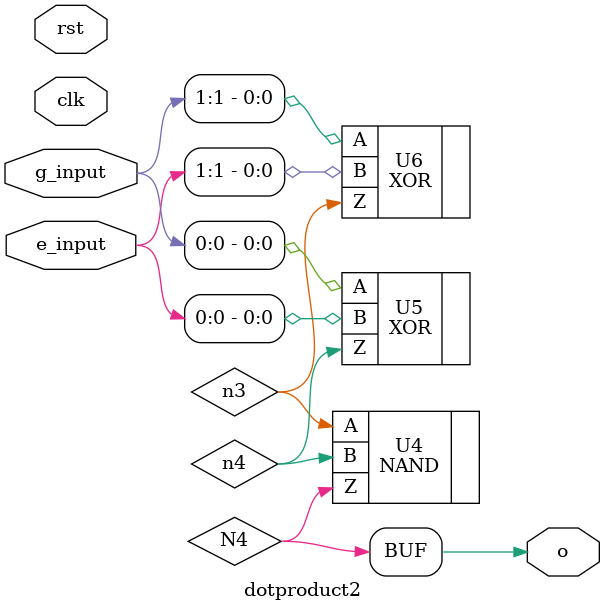
<source format=v>


module dotproduct2 ( clk, rst, g_input, e_input, o );
  input [1:0] g_input;
  input [1:0] e_input;
  input clk, rst;
  output o;
  wire   N4, n3, n4;
  assign o = N4;

  NAND U4 ( .A(n3), .B(n4), .Z(N4) );
  XOR U5 ( .A(g_input[0]), .B(e_input[0]), .Z(n4) );
  XOR U6 ( .A(g_input[1]), .B(e_input[1]), .Z(n3) );
endmodule


</source>
